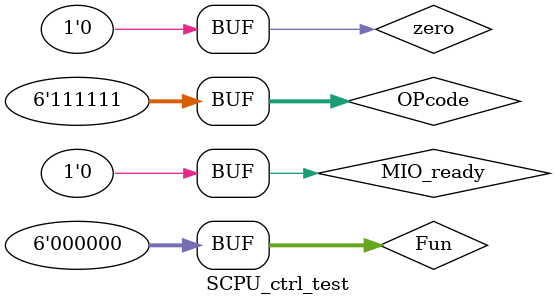
<source format=v>
`timescale 1ns / 1ps


module SCPU_ctrl_test;

	// Inputs
	reg [5:0] OPcode;
	reg [5:0] Fun;
	reg MIO_ready;
	reg zero;

	// Outputs
	wire RegDst;
	wire ALUSrc_B;
	wire [1:0] DatatoReg;
	wire Jal;
	wire [1:0] Branch;
	wire RegWrite;
	wire [2:0] ALU_Control;
	wire mem_w;
	wire CPU_MIO;

	// Instantiate the Unit Under Test (UUT)
	SCPU_ctrl_more uut (
		.OPcode(OPcode), 
		.Fun(Fun), 
		.MIO_ready(MIO_ready), 
		.zero(zero), 
		.RegDst(RegDst), 
		.ALUSrc_B(ALUSrc_B), 
		.DatatoReg(DatatoReg), 
		.Jal(Jal), 
		.Branch(Branch), 
		.RegWrite(RegWrite), 
		.ALU_Control(ALU_Control), 
		.mem_w(mem_w), 
		.CPU_MIO(CPU_MIO)
	);

	initial begin
		// Initialize Inputs
		OPcode = 0;
		Fun = 0;
		MIO_ready = 0;
		zero = 1;
		#40;
		// Wait 40 ns for global reset to finish¡£ÒÔÉÏÊÇ²âÊÔÄ£°å´úÂë¡£
		//Add stimulus here
		// ¼ì²éÊä³öÐÅºÅºÍ¹Ø¼üÐÅºÅÊä³öÊÇ·ñÂú×ãÕæÖµ±í
		OPcode = 0; //ALU Ö¸Áî£¬¼ì²é ALUop=2'b10; RegDst=1; RegWrite=1
		Fun = 6'b100000; //add, ¼ì²é ALU_Control=3'b010
		#20;
		Fun = 6'b100010; //sub, ¼ì²é ALU_Control=3'b110
		#20;
		Fun = 6'b100100; //and, ¼ì²é ALU_Control=3'b000
		#20;
		Fun = 6'b100101; //or, ¼ì²é ALU_Control=3'b001
		#20;
		zero = 0;
		Fun = 6'b101010; //slt, ¼ì²é ALU_Control=3'b111
		#20;
		Fun = 6'b100111; //r, ¼ì²é ALU_Control=3'b100
		#20;
		// Add stimulus here
		Fun = 6'b000010; //l, ¼ì²é ALU_Control=3'b101
		#20;
		Fun = 6'b010110; //xor, ¼ì²é ALU_Control=3'b011
		#20;
		Fun = 6'b111111; // ¼ä¸ô
		#1;
		OPcode = 6'b100011;//load Ö¸Áî£¬¼ì²é ALUop=2'b00, RegDst=0,
		#20; // ALUSrc_B=1, MemtoReg=1, RegWrite=1
		OPcode = 6'b101011;
		#20; //store Ö¸Áî£¬¼ì²é ALUop=2'b00, mem_w=1, ALUSrc_B=1
		OPcode = 6'b000100;//beq Ö¸Áî£¬¼ì²é ALUop=2'b01, Branch=1
		#20;
		OPcode = 6'b000010; // Ö¸Áî£¬¼ì²é Jump=1
		#20;
		OPcode = 6'h24; //slti Ö¸Áî£¬¼ì²é ALUop=2'b11, RegDst=0,
		#20; //ALUSrc_B=1, RegWrite=1
		OPcode = 6'h3f; // ¼ä¸ô
		Fun = 6'b000000; // ¼ä¸ô

		end
      
endmodule


</source>
